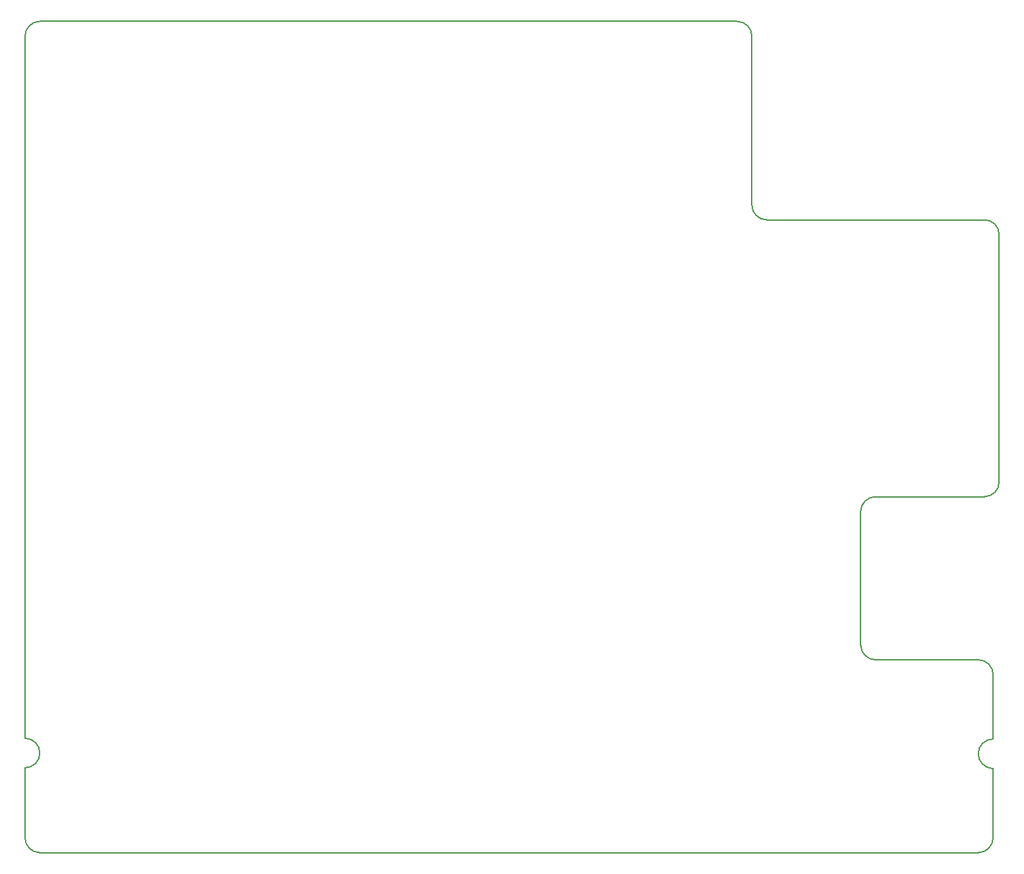
<source format=gbr>
G04 #@! TF.GenerationSoftware,KiCad,Pcbnew,(5.0.0)*
G04 #@! TF.CreationDate,2020-11-30T18:27:02-06:00*
G04 #@! TF.ProjectId,GiecoBoard_2021_Rev1,476965636F426F6172645F323032315F,rev?*
G04 #@! TF.SameCoordinates,Original*
G04 #@! TF.FileFunction,Profile,NP*
%FSLAX46Y46*%
G04 Gerber Fmt 4.6, Leading zero omitted, Abs format (unit mm)*
G04 Created by KiCad (PCBNEW (5.0.0)) date 11/30/20 18:27:02*
%MOMM*%
%LPD*%
G01*
G04 APERTURE LIST*
%ADD10C,0.150000*%
G04 APERTURE END LIST*
D10*
X209550000Y-92165854D02*
G75*
G03X211455000Y-90260854I0J1905000D01*
G01*
X211455000Y-90260854D02*
X211455000Y-58510854D01*
X195580000Y-92165854D02*
X209550000Y-92165854D01*
X193675000Y-111215854D02*
X193675000Y-94070854D01*
X195580000Y-92165854D02*
G75*
G03X193675000Y-94070854I0J-1905000D01*
G01*
X208769402Y-113120854D02*
X195580000Y-113120854D01*
X210674402Y-123280854D02*
X210674402Y-115025854D01*
X193675000Y-111215854D02*
G75*
G03X195580000Y-113120854I1905000J0D01*
G01*
X210674402Y-115025854D02*
G75*
G03X208769402Y-113120854I-1905000J0D01*
G01*
X210674402Y-123280854D02*
G75*
G03X208769402Y-125185854I0J-1905000D01*
G01*
X208769402Y-125185854D02*
G75*
G03X210674402Y-127090854I1905000J0D01*
G01*
X210674402Y-135980854D02*
X210674402Y-127090854D01*
X208769402Y-137885854D02*
G75*
G03X210674402Y-135980854I0J1905000D01*
G01*
X88265000Y-137885854D02*
X208769402Y-137885854D01*
X86360000Y-127000000D02*
X86360000Y-135980854D01*
X86360000Y-127000000D02*
G75*
G03X88265000Y-125095000I0J1905000D01*
G01*
X88265000Y-125095000D02*
G75*
G03X86360000Y-123190000I-1905000J0D01*
G01*
X86360000Y-135980854D02*
G75*
G03X88265000Y-137885854I1905000J0D01*
G01*
X86360000Y-33020000D02*
X86360000Y-123190000D01*
X88265000Y-31115000D02*
G75*
G03X86360000Y-33020000I0J-1905000D01*
G01*
X177800000Y-31115000D02*
X88265000Y-31115000D01*
X209550000Y-56605854D02*
X181610000Y-56605854D01*
X179705000Y-33020000D02*
X179705000Y-54700854D01*
X179705000Y-54700854D02*
G75*
G03X181610000Y-56605854I1905000J0D01*
G01*
X179705000Y-33020000D02*
G75*
G03X177800000Y-31115000I-1905000J0D01*
G01*
X211455000Y-58510854D02*
G75*
G03X209550000Y-56605854I-1905000J0D01*
G01*
M02*

</source>
